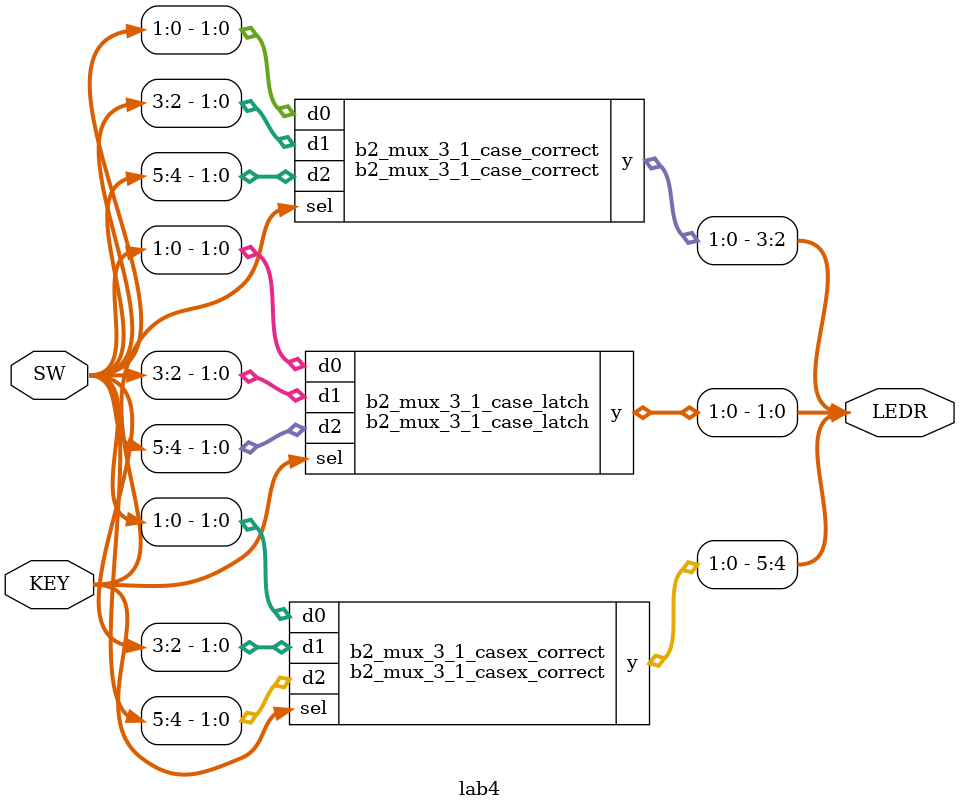
<source format=v>

module b2_mux_3_1_case_latch
(
    input      [1:0] d0, d1, d2, 
    input      [1:0] sel,
    output reg [1:0] y
);

    always @(*)
        case (sel)
        2'b00: y = d0;
        2'b01: y = d1;
        2'b10: y = d2;
        endcase

endmodule

module b2_mux_3_1_case_correct
(
    input      [1:0] d0, d1, d2, 
    input      [1:0] sel,
    output reg [1:0] y
);

    always @(*)
        case (sel)
        2'b00: y = d0;
        2'b01: y = d1;
        default: y = d2;
        endcase

endmodule

module b2_mux_3_1_casex_correct
(
    input      [1:0] d0, d1, d2, 
    input      [1:0] sel,
    output reg [1:0] y
);

    always @(*)
        case (sel)
        2'b00: y = d0;
        2'b01: y = d1;
        2'b10: y = d2;
        default: y=2'bxx;
        endcase

endmodule

module lab4
(
    input   [ 1:0]  KEY,
    input   [ 9:0]  SW,
    output  [ 9:0]  LEDR
);

    b2_mux_3_1_case_latch b2_mux_3_1_case_latch(.d0(SW[1:0]),.d1(SW[3:2]),.d2(SW[5:4]),.sel(KEY[1:0]),.y(LEDR[1:0]));
    b2_mux_3_1_case_correct b2_mux_3_1_case_correct(.d0(SW[1:0]),.d1(SW[3:2]),.d2(SW[5:4]),.sel(KEY[1:0]),.y(LEDR[3:2]));
    b2_mux_3_1_casex_correct b2_mux_3_1_casex_correct(.d0(SW[1:0]),.d1(SW[3:2]),.d2(SW[5:4]),.sel(KEY[1:0]),.y(LEDR[5:4]));
    
endmodule
</source>
